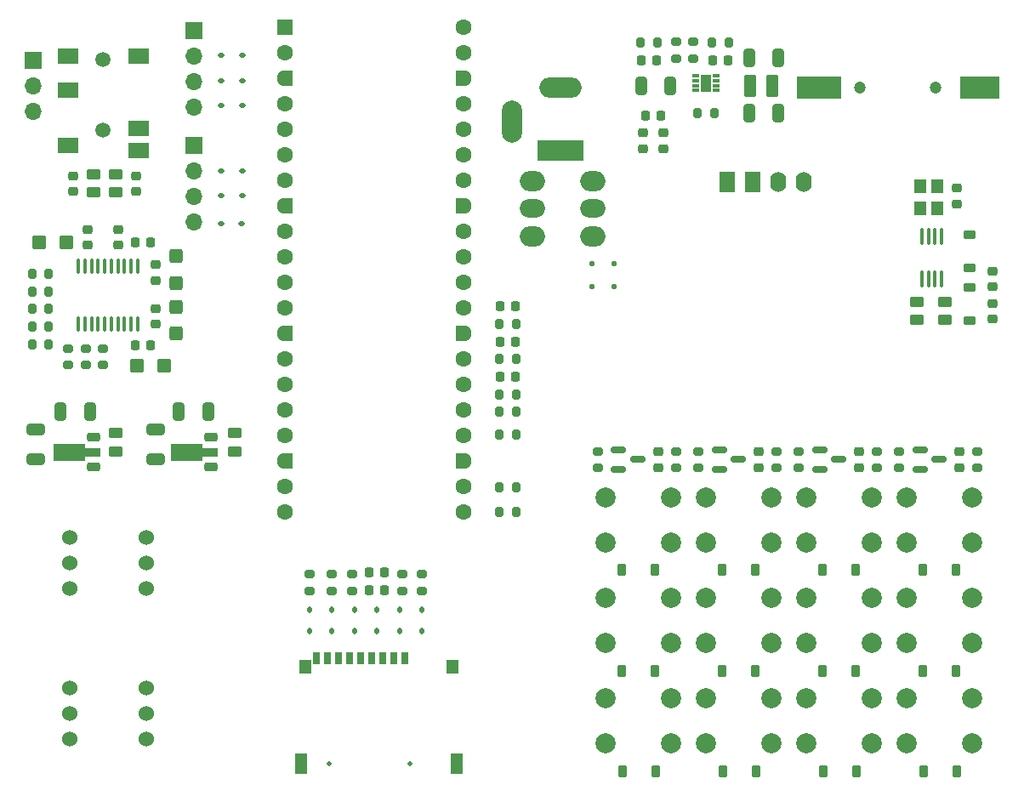
<source format=gbr>
%TF.GenerationSoftware,KiCad,Pcbnew,8.0.8*%
%TF.CreationDate,2025-04-26T14:11:06+03:00*%
%TF.ProjectId,rpi_pico_media_board,7270695f-7069-4636-9f5f-6d656469615f,rev?*%
%TF.SameCoordinates,Original*%
%TF.FileFunction,Soldermask,Top*%
%TF.FilePolarity,Negative*%
%FSLAX46Y46*%
G04 Gerber Fmt 4.6, Leading zero omitted, Abs format (unit mm)*
G04 Created by KiCad (PCBNEW 8.0.8) date 2025-04-26 14:11:06*
%MOMM*%
%LPD*%
G01*
G04 APERTURE LIST*
G04 Aperture macros list*
%AMRoundRect*
0 Rectangle with rounded corners*
0 $1 Rounding radius*
0 $2 $3 $4 $5 $6 $7 $8 $9 X,Y pos of 4 corners*
0 Add a 4 corners polygon primitive as box body*
4,1,4,$2,$3,$4,$5,$6,$7,$8,$9,$2,$3,0*
0 Add four circle primitives for the rounded corners*
1,1,$1+$1,$2,$3*
1,1,$1+$1,$4,$5*
1,1,$1+$1,$6,$7*
1,1,$1+$1,$8,$9*
0 Add four rect primitives between the rounded corners*
20,1,$1+$1,$2,$3,$4,$5,0*
20,1,$1+$1,$4,$5,$6,$7,0*
20,1,$1+$1,$6,$7,$8,$9,0*
20,1,$1+$1,$8,$9,$2,$3,0*%
%AMFreePoly0*
4,1,28,0.605014,0.794986,0.644504,0.794986,0.724698,0.756366,0.780194,0.686777,0.800000,0.600000,0.800000,-0.600000,0.780194,-0.686777,0.724698,-0.756366,0.644504,-0.794986,0.605014,-0.794986,0.600000,-0.800000,0.000000,-0.800000,-0.178017,-0.779942,-0.347107,-0.720775,-0.498792,-0.625465,-0.625465,-0.498792,-0.720775,-0.347107,-0.779942,-0.178017,-0.800000,0.000000,-0.779942,0.178017,
-0.720775,0.347107,-0.625465,0.498792,-0.498792,0.625465,-0.347107,0.720775,-0.178017,0.779942,0.000000,0.800000,0.600000,0.800000,0.605014,0.794986,0.605014,0.794986,$1*%
%AMFreePoly1*
4,1,28,0.178017,0.779942,0.347107,0.720775,0.498792,0.625465,0.625465,0.498792,0.720775,0.347107,0.779942,0.178017,0.800000,0.000000,0.779942,-0.178017,0.720775,-0.347107,0.625465,-0.498792,0.498792,-0.625465,0.347107,-0.720775,0.178017,-0.779942,0.000000,-0.800000,-0.600000,-0.800000,-0.605014,-0.794986,-0.644504,-0.794986,-0.724698,-0.756366,-0.780194,-0.686777,-0.800000,-0.600000,
-0.800000,0.600000,-0.780194,0.686777,-0.724698,0.756366,-0.644504,0.794986,-0.605014,0.794986,-0.600000,0.800000,0.000000,0.800000,0.178017,0.779942,0.178017,0.779942,$1*%
%AMFreePoly2*
4,1,9,3.862500,-0.866500,0.737500,-0.866500,0.737500,-0.450000,-0.737500,-0.450000,-0.737500,0.450000,0.737500,0.450000,0.737500,0.866500,3.862500,0.866500,3.862500,-0.866500,3.862500,-0.866500,$1*%
G04 Aperture macros list end*
%ADD10RoundRect,0.225000X-0.225000X-0.375000X0.225000X-0.375000X0.225000X0.375000X-0.225000X0.375000X0*%
%ADD11RoundRect,0.150000X-0.587500X-0.150000X0.587500X-0.150000X0.587500X0.150000X-0.587500X0.150000X0*%
%ADD12O,2.500000X2.000000*%
%ADD13O,2.500000X1.850000*%
%ADD14RoundRect,0.200000X-0.275000X0.200000X-0.275000X-0.200000X0.275000X-0.200000X0.275000X0.200000X0*%
%ADD15RoundRect,0.225000X-0.250000X0.225000X-0.250000X-0.225000X0.250000X-0.225000X0.250000X0.225000X0*%
%ADD16RoundRect,0.225000X0.250000X-0.225000X0.250000X0.225000X-0.250000X0.225000X-0.250000X-0.225000X0*%
%ADD17RoundRect,0.112500X-0.187500X-0.112500X0.187500X-0.112500X0.187500X0.112500X-0.187500X0.112500X0*%
%ADD18RoundRect,0.200000X0.275000X-0.200000X0.275000X0.200000X-0.275000X0.200000X-0.275000X-0.200000X0*%
%ADD19RoundRect,0.225000X-0.225000X-0.250000X0.225000X-0.250000X0.225000X0.250000X-0.225000X0.250000X0*%
%ADD20R,4.600000X2.000000*%
%ADD21O,4.200000X2.000000*%
%ADD22O,2.000000X4.200000*%
%ADD23RoundRect,0.200000X0.200000X0.275000X-0.200000X0.275000X-0.200000X-0.275000X0.200000X-0.275000X0*%
%ADD24RoundRect,0.200000X-0.200000X-0.275000X0.200000X-0.275000X0.200000X0.275000X-0.200000X0.275000X0*%
%ADD25RoundRect,0.225000X-0.375000X0.225000X-0.375000X-0.225000X0.375000X-0.225000X0.375000X0.225000X0*%
%ADD26RoundRect,0.112500X0.112500X-0.187500X0.112500X0.187500X-0.112500X0.187500X-0.112500X-0.187500X0*%
%ADD27C,2.000000*%
%ADD28R,0.650000X0.300000*%
%ADD29R,1.100000X1.700000*%
%ADD30C,1.524000*%
%ADD31RoundRect,0.250000X0.325000X0.650000X-0.325000X0.650000X-0.325000X-0.650000X0.325000X-0.650000X0*%
%ADD32R,1.700000X1.700000*%
%ADD33O,1.700000X1.700000*%
%ADD34RoundRect,0.225000X0.225000X0.250000X-0.225000X0.250000X-0.225000X-0.250000X0.225000X-0.250000X0*%
%ADD35RoundRect,0.250000X-0.325000X-0.650000X0.325000X-0.650000X0.325000X0.650000X-0.325000X0.650000X0*%
%ADD36RoundRect,0.250000X0.450000X-0.262500X0.450000X0.262500X-0.450000X0.262500X-0.450000X-0.262500X0*%
%ADD37R,1.600000X2.000000*%
%ADD38O,1.600000X2.000000*%
%ADD39RoundRect,0.100000X-0.100000X0.712500X-0.100000X-0.712500X0.100000X-0.712500X0.100000X0.712500X0*%
%ADD40RoundRect,0.218750X-0.218750X-0.256250X0.218750X-0.256250X0.218750X0.256250X-0.218750X0.256250X0*%
%ADD41RoundRect,0.218750X-0.256250X0.218750X-0.256250X-0.218750X0.256250X-0.218750X0.256250X0.218750X0*%
%ADD42RoundRect,0.250000X0.450000X0.425000X-0.450000X0.425000X-0.450000X-0.425000X0.450000X-0.425000X0*%
%ADD43R,1.200000X1.400000*%
%ADD44RoundRect,0.200000X-0.600000X-0.600000X0.600000X-0.600000X0.600000X0.600000X-0.600000X0.600000X0*%
%ADD45C,1.600000*%
%ADD46FreePoly0,0.000000*%
%ADD47FreePoly1,0.000000*%
%ADD48RoundRect,0.225000X0.375000X-0.225000X0.375000X0.225000X-0.375000X0.225000X-0.375000X-0.225000X0*%
%ADD49C,1.200000*%
%ADD50R,4.000000X2.300000*%
%ADD51R,4.400000X2.300000*%
%ADD52RoundRect,0.125000X0.125000X0.125000X-0.125000X0.125000X-0.125000X-0.125000X0.125000X-0.125000X0*%
%ADD53R,0.700000X1.300000*%
%ADD54C,0.500000*%
%ADD55R,1.200000X2.000000*%
%ADD56RoundRect,0.250000X0.650000X-0.325000X0.650000X0.325000X-0.650000X0.325000X-0.650000X-0.325000X0*%
%ADD57RoundRect,0.250000X-0.425000X0.450000X-0.425000X-0.450000X0.425000X-0.450000X0.425000X0.450000X0*%
%ADD58RoundRect,0.225000X0.425000X0.225000X-0.425000X0.225000X-0.425000X-0.225000X0.425000X-0.225000X0*%
%ADD59FreePoly2,180.000000*%
%ADD60C,1.500000*%
%ADD61R,2.000000X1.500000*%
%ADD62RoundRect,0.250000X0.425000X-0.450000X0.425000X0.450000X-0.425000X0.450000X-0.425000X-0.450000X0*%
%ADD63RoundRect,0.250000X-0.375000X-0.850000X0.375000X-0.850000X0.375000X0.850000X-0.375000X0.850000X0*%
%ADD64RoundRect,0.250000X-0.450000X-0.425000X0.450000X-0.425000X0.450000X0.425000X-0.450000X0.425000X0*%
%ADD65RoundRect,0.100000X-0.100000X0.637500X-0.100000X-0.637500X0.100000X-0.637500X0.100000X0.637500X0*%
G04 APERTURE END LIST*
D10*
%TO.C,D504*%
X111100000Y-115750000D03*
X114400000Y-115750000D03*
%TD*%
D11*
%TO.C,Q501*%
X120812500Y-93800000D03*
X120812500Y-95700000D03*
X122687500Y-94750000D03*
%TD*%
%TO.C,Q500*%
X110812500Y-93800000D03*
X110812500Y-95700000D03*
X112687500Y-94750000D03*
%TD*%
D12*
%TO.C,SW200*%
X108250000Y-72490000D03*
D13*
X108250000Y-69750000D03*
D12*
X108250000Y-67010000D03*
X102250000Y-67010000D03*
D13*
X102250000Y-69750000D03*
D12*
X102250000Y-72490000D03*
%TD*%
D14*
%TO.C,R402*%
X84250000Y-106175000D03*
X84250000Y-107825000D03*
%TD*%
D15*
%TO.C,C101*%
X115250000Y-62225000D03*
X115250000Y-63775000D03*
%TD*%
D14*
%TO.C,R401*%
X89250000Y-106175000D03*
X89250000Y-107825000D03*
%TD*%
D16*
%TO.C,C301*%
X60975000Y-73412500D03*
X60975000Y-71862500D03*
%TD*%
D17*
%TO.C,D201*%
X71225000Y-59500000D03*
X73325000Y-59500000D03*
%TD*%
D10*
%TO.C,D507*%
X141100000Y-115750000D03*
X144400000Y-115750000D03*
%TD*%
D18*
%TO.C,R104*%
X118250000Y-54825000D03*
X118250000Y-53175000D03*
%TD*%
D19*
%TO.C,C500*%
X98975000Y-79500000D03*
X100525000Y-79500000D03*
%TD*%
D20*
%TO.C,J100*%
X105000000Y-64000000D03*
D21*
X105000000Y-57700000D03*
D22*
X100200000Y-61100000D03*
%TD*%
D23*
%TO.C,R103*%
X121750000Y-53250000D03*
X120100000Y-53250000D03*
%TD*%
D24*
%TO.C,R501*%
X98925000Y-92250000D03*
X100575000Y-92250000D03*
%TD*%
D25*
%TO.C,D601*%
X145750000Y-77600000D03*
X145750000Y-80900000D03*
%TD*%
D26*
%TO.C,D401*%
X82250000Y-111800000D03*
X82250000Y-109700000D03*
%TD*%
D27*
%TO.C,U511*%
X139500000Y-118500000D03*
X146000000Y-118500000D03*
X139500000Y-123000000D03*
X146000000Y-123000000D03*
%TD*%
D28*
%TO.C,PS100*%
X118450000Y-56500000D03*
X118450000Y-57000000D03*
X118450000Y-57500000D03*
X118450000Y-58000000D03*
X120550000Y-58000000D03*
X120550000Y-57500000D03*
X120550000Y-57000000D03*
X120550000Y-56500000D03*
D29*
X119500000Y-57250000D03*
%TD*%
D27*
%TO.C,U503*%
X139500000Y-98500000D03*
X146000000Y-98500000D03*
X139500000Y-103000000D03*
X146000000Y-103000000D03*
%TD*%
D14*
%TO.C,R108*%
X138750000Y-93925000D03*
X138750000Y-95575000D03*
%TD*%
D27*
%TO.C,U509*%
X119500000Y-118500000D03*
X126000000Y-118500000D03*
X119500000Y-123000000D03*
X126000000Y-123000000D03*
%TD*%
D18*
%TO.C,R107*%
X146500000Y-95575000D03*
X146500000Y-93925000D03*
%TD*%
D30*
%TO.C,U203*%
X63810000Y-120000000D03*
X63810000Y-117460000D03*
X56190000Y-122540000D03*
X63810000Y-122540000D03*
X56190000Y-120000000D03*
X56190000Y-117460000D03*
%TD*%
D31*
%TO.C,C108*%
X69975000Y-90000000D03*
X67025000Y-90000000D03*
%TD*%
D26*
%TO.C,D404*%
X91250000Y-111800000D03*
X91250000Y-109700000D03*
%TD*%
D32*
%TO.C,J301*%
X52500000Y-55000000D03*
D33*
X52500000Y-57540000D03*
X52500000Y-60080000D03*
%TD*%
D34*
%TO.C,C104*%
X121700000Y-55000000D03*
X120150000Y-55000000D03*
%TD*%
D18*
%TO.C,R509*%
X126500000Y-95575000D03*
X126500000Y-93925000D03*
%TD*%
D35*
%TO.C,C106*%
X123775000Y-54750000D03*
X126725000Y-54750000D03*
%TD*%
D27*
%TO.C,U507*%
X139500000Y-108500000D03*
X146000000Y-108500000D03*
X139500000Y-113000000D03*
X146000000Y-113000000D03*
%TD*%
D36*
%TO.C,R106*%
X60750000Y-93912500D03*
X60750000Y-92087500D03*
%TD*%
D37*
%TO.C,Brd600*%
X121630000Y-67150000D03*
X124170000Y-67150000D03*
D38*
X126710000Y-67150000D03*
X129250000Y-67150000D03*
%TD*%
D19*
%TO.C,C302*%
X62700000Y-83362500D03*
X64250000Y-83362500D03*
%TD*%
D18*
%TO.C,R507*%
X116500000Y-95575000D03*
X116500000Y-93925000D03*
%TD*%
D10*
%TO.C,D509*%
X121200000Y-125750000D03*
X124500000Y-125750000D03*
%TD*%
D24*
%TO.C,R502*%
X98925000Y-97500000D03*
X100575000Y-97500000D03*
%TD*%
D10*
%TO.C,D503*%
X141100000Y-105750000D03*
X144400000Y-105750000D03*
%TD*%
D36*
%TO.C,R308*%
X58500000Y-68162500D03*
X58500000Y-66337500D03*
%TD*%
D39*
%TO.C,U600*%
X142950000Y-72500000D03*
X142300000Y-72500000D03*
X141650000Y-72500000D03*
X141000000Y-72500000D03*
X141000000Y-76725000D03*
X141650000Y-76725000D03*
X142300000Y-76725000D03*
X142950000Y-76725000D03*
%TD*%
D24*
%TO.C,R505*%
X98925000Y-84750000D03*
X100575000Y-84750000D03*
%TD*%
D16*
%TO.C,C306*%
X64750000Y-81275000D03*
X64750000Y-79725000D03*
%TD*%
D26*
%TO.C,D405*%
X80000000Y-111800000D03*
X80000000Y-109700000D03*
%TD*%
D40*
%TO.C,L100*%
X113462500Y-60500000D03*
X115037500Y-60500000D03*
%TD*%
D16*
%TO.C,C308*%
X57975000Y-73412500D03*
X57975000Y-71862500D03*
%TD*%
D36*
%TO.C,R601*%
X143325000Y-80862500D03*
X143325000Y-79037500D03*
%TD*%
D34*
%TO.C,C300*%
X64250000Y-73137500D03*
X62700000Y-73137500D03*
%TD*%
D24*
%TO.C,R101*%
X118675000Y-60250000D03*
X120325000Y-60250000D03*
%TD*%
D27*
%TO.C,U501*%
X119500000Y-98500000D03*
X126000000Y-98500000D03*
X119500000Y-103000000D03*
X126000000Y-103000000D03*
%TD*%
D16*
%TO.C,C600*%
X148000000Y-77525000D03*
X148000000Y-75975000D03*
%TD*%
D11*
%TO.C,Q100*%
X140812500Y-93800000D03*
X140812500Y-95700000D03*
X142687500Y-94750000D03*
%TD*%
D32*
%TO.C,J200*%
X68525000Y-52000000D03*
D33*
X68525000Y-54540000D03*
X68525000Y-57080000D03*
X68525000Y-59620000D03*
%TD*%
D41*
%TO.C,D513*%
X124750000Y-93962500D03*
X124750000Y-95537500D03*
%TD*%
D42*
%TO.C,C309*%
X55825000Y-73137500D03*
X53125000Y-73137500D03*
%TD*%
D36*
%TO.C,R600*%
X140500000Y-80862500D03*
X140500000Y-79037500D03*
%TD*%
D27*
%TO.C,U502*%
X129500000Y-98500000D03*
X136000000Y-98500000D03*
X129500000Y-103000000D03*
X136000000Y-103000000D03*
%TD*%
%TO.C,U504*%
X109500000Y-108500000D03*
X116000000Y-108500000D03*
X109500000Y-113000000D03*
X116000000Y-113000000D03*
%TD*%
D15*
%TO.C,C304*%
X64725000Y-75337500D03*
X64725000Y-76887500D03*
%TD*%
D10*
%TO.C,D510*%
X131200000Y-125750000D03*
X134500000Y-125750000D03*
%TD*%
D26*
%TO.C,D403*%
X84500000Y-111800000D03*
X84500000Y-109700000D03*
%TD*%
D24*
%TO.C,R307*%
X52425000Y-79750000D03*
X54075000Y-79750000D03*
%TD*%
D10*
%TO.C,D506*%
X131100000Y-115750000D03*
X134400000Y-115750000D03*
%TD*%
D19*
%TO.C,C502*%
X98975000Y-86500000D03*
X100525000Y-86500000D03*
%TD*%
D43*
%TO.C,Y600*%
X142500000Y-69750000D03*
X142500000Y-67550000D03*
X140800000Y-67550000D03*
X140800000Y-69750000D03*
%TD*%
D24*
%TO.C,R303*%
X52425000Y-83250000D03*
X54075000Y-83250000D03*
%TD*%
D31*
%TO.C,C102*%
X115975000Y-57500000D03*
X113025000Y-57500000D03*
%TD*%
D10*
%TO.C,D505*%
X121100000Y-115750000D03*
X124400000Y-115750000D03*
%TD*%
D17*
%TO.C,D202*%
X71225000Y-57000000D03*
X73325000Y-57000000D03*
%TD*%
D10*
%TO.C,D500*%
X111100000Y-105750000D03*
X114400000Y-105750000D03*
%TD*%
D17*
%TO.C,D206*%
X71225000Y-66000000D03*
X73325000Y-66000000D03*
%TD*%
D14*
%TO.C,R508*%
X108750000Y-93925000D03*
X108750000Y-95575000D03*
%TD*%
D35*
%TO.C,C105*%
X123775000Y-60250000D03*
X126725000Y-60250000D03*
%TD*%
D16*
%TO.C,C602*%
X144500000Y-69275000D03*
X144500000Y-67725000D03*
%TD*%
D44*
%TO.C,U200*%
X77610000Y-51670000D03*
D45*
X77610000Y-54210000D03*
D46*
X77610000Y-56750000D03*
D45*
X77610000Y-59290000D03*
X77610000Y-61830000D03*
X77610000Y-64370000D03*
X77610000Y-66910000D03*
D46*
X77610000Y-69450000D03*
D45*
X77610000Y-71990000D03*
X77610000Y-74530000D03*
X77610000Y-77070000D03*
X77610000Y-79610000D03*
D46*
X77610000Y-82150000D03*
D45*
X77610000Y-84690000D03*
X77610000Y-87230000D03*
X77610000Y-89770000D03*
X77610000Y-92310000D03*
D46*
X77610000Y-94850000D03*
D45*
X77610000Y-97390000D03*
X77610000Y-99930000D03*
X95390000Y-99930000D03*
X95390000Y-97390000D03*
D47*
X95390000Y-94850000D03*
D45*
X95390000Y-92310000D03*
X95390000Y-89770000D03*
X95390000Y-87230000D03*
X95390000Y-84690000D03*
D47*
X95390000Y-82150000D03*
D45*
X95390000Y-79610000D03*
X95390000Y-77070000D03*
X95390000Y-74530000D03*
X95390000Y-71990000D03*
D47*
X95390000Y-69450000D03*
D45*
X95390000Y-66910000D03*
X95390000Y-64370000D03*
X95390000Y-61830000D03*
X95390000Y-59290000D03*
D47*
X95390000Y-56750000D03*
D45*
X95390000Y-54210000D03*
X95390000Y-51670000D03*
%TD*%
D15*
%TO.C,C311*%
X62750000Y-66475000D03*
X62750000Y-68025000D03*
%TD*%
D14*
%TO.C,R510*%
X118750000Y-93925000D03*
X118750000Y-95575000D03*
%TD*%
D24*
%TO.C,R306*%
X52425000Y-78000000D03*
X54075000Y-78000000D03*
%TD*%
D48*
%TO.C,D600*%
X145750000Y-75650000D03*
X145750000Y-72350000D03*
%TD*%
D18*
%TO.C,R301*%
X57750000Y-85325000D03*
X57750000Y-83675000D03*
%TD*%
D49*
%TO.C,BT600*%
X142350000Y-57750000D03*
X134850000Y-57750000D03*
D50*
X146750000Y-57750000D03*
D51*
X130750000Y-57750000D03*
%TD*%
D17*
%TO.C,D203*%
X71225000Y-54500000D03*
X73325000Y-54500000D03*
%TD*%
D27*
%TO.C,U508*%
X109500000Y-118500000D03*
X116000000Y-118500000D03*
X109500000Y-123000000D03*
X116000000Y-123000000D03*
%TD*%
D15*
%TO.C,C100*%
X113250000Y-62225000D03*
X113250000Y-63775000D03*
%TD*%
%TO.C,C601*%
X148000000Y-79225000D03*
X148000000Y-80775000D03*
%TD*%
D14*
%TO.C,R404*%
X80000000Y-106175000D03*
X80000000Y-107825000D03*
%TD*%
D41*
%TO.C,D101*%
X144750000Y-93962500D03*
X144750000Y-95537500D03*
%TD*%
D52*
%TO.C,D100*%
X110350000Y-77500000D03*
X108150000Y-77500000D03*
%TD*%
D53*
%TO.C,J400*%
X89500000Y-114500000D03*
X88400000Y-114500000D03*
X87300000Y-114500000D03*
X86200000Y-114500000D03*
X85100000Y-114500000D03*
X84000000Y-114500000D03*
X82900000Y-114500000D03*
X81800000Y-114500000D03*
D54*
X81990000Y-125050000D03*
X89990000Y-125050000D03*
D53*
X80700000Y-114500000D03*
D43*
X79600000Y-115350000D03*
D55*
X79180000Y-125050000D03*
X94700000Y-125050000D03*
D43*
X94280000Y-115350000D03*
%TD*%
D24*
%TO.C,R500*%
X98925000Y-90000000D03*
X100575000Y-90000000D03*
%TD*%
D31*
%TO.C,C110*%
X58225000Y-90000000D03*
X55275000Y-90000000D03*
%TD*%
D56*
%TO.C,C107*%
X64750000Y-94725000D03*
X64750000Y-91775000D03*
%TD*%
D36*
%TO.C,R105*%
X72550000Y-93912500D03*
X72550000Y-92087500D03*
%TD*%
D10*
%TO.C,D501*%
X121100000Y-105750000D03*
X124400000Y-105750000D03*
%TD*%
D27*
%TO.C,U506*%
X129500000Y-108500000D03*
X136000000Y-108500000D03*
X129500000Y-113000000D03*
X136000000Y-113000000D03*
%TD*%
D24*
%TO.C,R304*%
X52425000Y-81500000D03*
X54075000Y-81500000D03*
%TD*%
D57*
%TO.C,C305*%
X66725000Y-74512500D03*
X66725000Y-77212500D03*
%TD*%
D41*
%TO.C,D512*%
X114750000Y-93962500D03*
X114750000Y-95537500D03*
%TD*%
D24*
%TO.C,R504*%
X98925000Y-81250000D03*
X100575000Y-81250000D03*
%TD*%
D15*
%TO.C,C310*%
X56500000Y-66475000D03*
X56500000Y-68025000D03*
%TD*%
D36*
%TO.C,R309*%
X60750000Y-68162500D03*
X60750000Y-66337500D03*
%TD*%
D27*
%TO.C,U500*%
X109500000Y-98500000D03*
X116000000Y-98500000D03*
X109500000Y-103000000D03*
X116000000Y-103000000D03*
%TD*%
D24*
%TO.C,R506*%
X98925000Y-88250000D03*
X100575000Y-88250000D03*
%TD*%
D14*
%TO.C,R512*%
X128750000Y-93925000D03*
X128750000Y-95575000D03*
%TD*%
D19*
%TO.C,C401*%
X85975000Y-107750000D03*
X87525000Y-107750000D03*
%TD*%
D26*
%TO.C,D402*%
X89000000Y-111800000D03*
X89000000Y-109700000D03*
%TD*%
D23*
%TO.C,R102*%
X114650000Y-53250000D03*
X113000000Y-53250000D03*
%TD*%
D58*
%TO.C,U100*%
X70250000Y-95500000D03*
D59*
X70162500Y-94000000D03*
D58*
X70250000Y-92500000D03*
%TD*%
D10*
%TO.C,D511*%
X141200000Y-125750000D03*
X144500000Y-125750000D03*
%TD*%
D14*
%TO.C,R403*%
X91250000Y-106175000D03*
X91250000Y-107825000D03*
%TD*%
D52*
%TO.C,D200*%
X110350000Y-75250000D03*
X108150000Y-75250000D03*
%TD*%
D14*
%TO.C,R400*%
X82250000Y-106175000D03*
X82250000Y-107825000D03*
%TD*%
D60*
%TO.C,J300*%
X59500000Y-54940000D03*
X59500000Y-61940000D03*
D61*
X56000000Y-54540000D03*
X56000000Y-57940000D03*
X56000000Y-63440000D03*
X63000000Y-54540000D03*
X63000000Y-61740000D03*
X63000000Y-63940000D03*
%TD*%
D10*
%TO.C,D508*%
X111200000Y-125750000D03*
X114500000Y-125750000D03*
%TD*%
D19*
%TO.C,C501*%
X98975000Y-83000000D03*
X100525000Y-83000000D03*
%TD*%
D56*
%TO.C,C109*%
X52800000Y-94725000D03*
X52800000Y-91775000D03*
%TD*%
D41*
%TO.C,D514*%
X134750000Y-93962500D03*
X134750000Y-95537500D03*
%TD*%
D17*
%TO.C,D205*%
X71225000Y-68500000D03*
X73325000Y-68500000D03*
%TD*%
D30*
%TO.C,U202*%
X63810000Y-105000000D03*
X63810000Y-102460000D03*
X56190000Y-107540000D03*
X63810000Y-107540000D03*
X56190000Y-105000000D03*
X56190000Y-102460000D03*
%TD*%
D62*
%TO.C,C307*%
X66725000Y-82212500D03*
X66725000Y-79512500D03*
%TD*%
D10*
%TO.C,D502*%
X131100000Y-105750000D03*
X134400000Y-105750000D03*
%TD*%
D18*
%TO.C,R511*%
X136500000Y-95575000D03*
X136500000Y-93925000D03*
%TD*%
D24*
%TO.C,R305*%
X52425000Y-76250000D03*
X54075000Y-76250000D03*
%TD*%
D19*
%TO.C,C400*%
X85975000Y-106000000D03*
X87525000Y-106000000D03*
%TD*%
D63*
%TO.C,L101*%
X123925000Y-57500000D03*
X126075000Y-57500000D03*
%TD*%
D27*
%TO.C,U510*%
X129500000Y-118500000D03*
X136000000Y-118500000D03*
X129500000Y-123000000D03*
X136000000Y-123000000D03*
%TD*%
%TO.C,U505*%
X119500000Y-108500000D03*
X126000000Y-108500000D03*
X119500000Y-113000000D03*
X126000000Y-113000000D03*
%TD*%
D18*
%TO.C,R100*%
X116500000Y-54825000D03*
X116500000Y-53175000D03*
%TD*%
%TO.C,R300*%
X59475000Y-85325000D03*
X59475000Y-83675000D03*
%TD*%
D34*
%TO.C,C103*%
X114600000Y-55000000D03*
X113050000Y-55000000D03*
%TD*%
D24*
%TO.C,R503*%
X98925000Y-100000000D03*
X100575000Y-100000000D03*
%TD*%
D58*
%TO.C,U101*%
X58500000Y-95500000D03*
D59*
X58412500Y-94000000D03*
D58*
X58500000Y-92500000D03*
%TD*%
D17*
%TO.C,D4*%
X71200000Y-71250000D03*
X73300000Y-71250000D03*
%TD*%
D64*
%TO.C,C303*%
X62875000Y-85387500D03*
X65575000Y-85387500D03*
%TD*%
D18*
%TO.C,R302*%
X55975000Y-85325000D03*
X55975000Y-83675000D03*
%TD*%
D65*
%TO.C,U300*%
X62900000Y-75525000D03*
X62250000Y-75525000D03*
X61600000Y-75525000D03*
X60950000Y-75525000D03*
X60300000Y-75525000D03*
X59650000Y-75525000D03*
X59000000Y-75525000D03*
X58350000Y-75525000D03*
X57700000Y-75525000D03*
X57050000Y-75525000D03*
X57050000Y-81250000D03*
X57700000Y-81250000D03*
X58350000Y-81250000D03*
X59000000Y-81250000D03*
X59650000Y-81250000D03*
X60300000Y-81250000D03*
X60950000Y-81250000D03*
X61600000Y-81250000D03*
X62250000Y-81250000D03*
X62900000Y-81250000D03*
%TD*%
D32*
%TO.C,J201*%
X68525000Y-63500000D03*
D33*
X68525000Y-66040000D03*
X68525000Y-68580000D03*
X68525000Y-71120000D03*
%TD*%
D26*
%TO.C,D400*%
X86750000Y-111800000D03*
X86750000Y-109700000D03*
%TD*%
D11*
%TO.C,Q502*%
X130812500Y-93800000D03*
X130812500Y-95700000D03*
X132687500Y-94750000D03*
%TD*%
M02*

</source>
